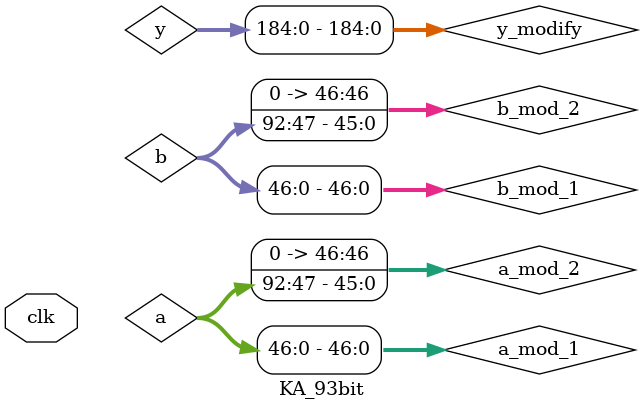
<source format=v>
`timescale 1ns / 1ps

module KA_93bit(
    clk
    );

input clk;
wire [92:0] a;
wire [92:0] b;

wire [184:0] y;


wire [46:0] a_mod_1; //47
wire [46:0] b_mod_1; //47
wire [92:0] y_mod_1;  //93

wire [46:0] a_mod_2; //47
wire [46:0] b_mod_2; //47
wire [92:0] y_mod_2; //93

wire [46:0] a_mod_3; //47
wire [46:0] b_mod_3; //47
wire [92:0] y_mod_3; //95

wire [92:0] B1_out1, B1_out2, B1_out3;

wire [186:0] y_modify;



//----------- Begin Cut here for INSTANTIATION Template ---// INST_TAG
vio_0 your_instance_name (
  .clk(clk),                // input wire clk
  .probe_in0(y),    // input wire [184 : 0] probe_in0
  .probe_out0(a),  // output wire [92 : 0] probe_out0
  .probe_out1(b)  // output wire [92 : 0] probe_out1
);
// INST_TAG_END ------ End INSTANTIATION Template ---------


KA_47bit bit_mod_1 (.y(y_mod_1), .a(a_mod_1), .b(b_mod_1));
KA_47bit bit_mod_2 (.y(y_mod_2), .a(a_mod_2), .b(b_mod_2));
KA_47bit bit_mod_3 (.y(y_mod_3), .a(a_mod_3), .b(b_mod_3));

assign a_mod_1 = a[46:0], b_mod_1 = b[46:0];

assign a_mod_2 = {1'b0,a[92:47]}, b_mod_2 = {1'b0,b[92:47]};

assign a_mod_3 = a[46:0]^{1'b0,a[92:47]}, b_mod_3 = b[46:0]^{1'b0,b[92:47]};



assign B1_out1 = y_mod_1;

assign B1_out2 = y_mod_1 ^ y_mod_2 ^ y_mod_3 ;

assign B1_out3 = y_mod_2;


overlap_module_93bit ov_mod (
        .B2_in1(B1_out1),
        .B2_in2(B1_out2),
        .B2_in3(B1_out3),
        .B2_out(y_modify)
        );

assign y = y_modify[184:0];

endmodule
</source>
